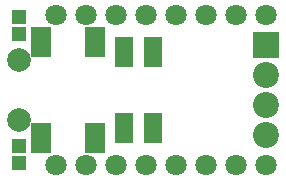
<source format=gbs>
G04 (created by PCBNEW (2013-jul-07)-stable) date Thu 09 Jan 2014 04:18:05 AM EST*
%MOIN*%
G04 Gerber Fmt 3.4, Leading zero omitted, Abs format*
%FSLAX34Y34*%
G01*
G70*
G90*
G04 APERTURE LIST*
%ADD10C,0.00590551*%
%ADD11R,0.0866142X0.0866142*%
%ADD12C,0.0866142*%
%ADD13R,0.0708661X0.0984252*%
%ADD14C,0.070748*%
%ADD15R,0.0590551X0.102362*%
%ADD16C,0.0787402*%
%ADD17R,0.047148X0.047148*%
G04 APERTURE END LIST*
G54D10*
G54D11*
X92500Y-57000D03*
G54D12*
X92500Y-58000D03*
X92500Y-59000D03*
X92500Y-60000D03*
G54D13*
X86800Y-60100D03*
X86800Y-56900D03*
X85000Y-60100D03*
X85000Y-56900D03*
G54D14*
X85500Y-61000D03*
X86500Y-61000D03*
X87500Y-61000D03*
X88500Y-61000D03*
X89500Y-61000D03*
X90500Y-61000D03*
X91500Y-61000D03*
X92500Y-61000D03*
X92500Y-56000D03*
X91500Y-56000D03*
X90500Y-56000D03*
X89500Y-56000D03*
X88500Y-56000D03*
X87500Y-56000D03*
X86500Y-56000D03*
X85500Y-56000D03*
G54D15*
X88742Y-57240D03*
X88742Y-59759D03*
X87757Y-59759D03*
X87757Y-57240D03*
G54D16*
X84253Y-57500D03*
X84253Y-59500D03*
G54D17*
X84250Y-56645D03*
X84250Y-56055D03*
X84250Y-60355D03*
X84250Y-60945D03*
M02*

</source>
